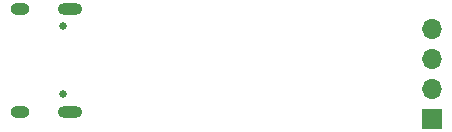
<source format=gbr>
%TF.GenerationSoftware,KiCad,Pcbnew,(7.0.0)*%
%TF.CreationDate,2023-09-28T18:00:51+08:00*%
%TF.ProjectId,PD_Fan,50445f46-616e-42e6-9b69-6361645f7063,rev?*%
%TF.SameCoordinates,Original*%
%TF.FileFunction,Soldermask,Bot*%
%TF.FilePolarity,Negative*%
%FSLAX46Y46*%
G04 Gerber Fmt 4.6, Leading zero omitted, Abs format (unit mm)*
G04 Created by KiCad (PCBNEW (7.0.0)) date 2023-09-28 18:00:51*
%MOMM*%
%LPD*%
G01*
G04 APERTURE LIST*
%ADD10O,1.600000X1.000000*%
%ADD11O,2.100000X1.000000*%
%ADD12C,0.650000*%
%ADD13R,1.700000X1.700000*%
%ADD14O,1.700000X1.700000*%
G04 APERTURE END LIST*
D10*
%TO.C,J2*%
X1838999Y4151999D03*
D11*
X6018999Y4151999D03*
D10*
X1838999Y12891999D03*
D11*
X6018999Y12891999D03*
D12*
X5489000Y5632000D03*
X5489000Y11412000D03*
%TD*%
D13*
%TO.C,J1*%
X36691199Y3571999D03*
D14*
X36691199Y6111999D03*
X36691199Y8651999D03*
X36691199Y11191999D03*
%TD*%
M02*

</source>
